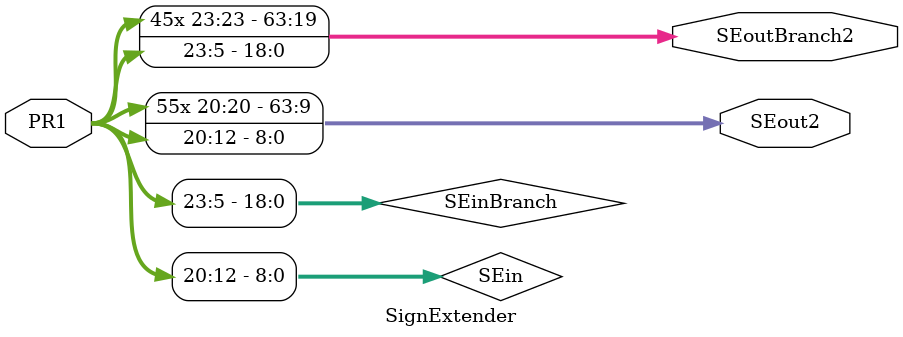
<source format=v>
`timescale 1ns / 1ps
module SignExtender(PR1,SEout2,SEoutBranch2);
      input [499:0] PR1;
		wire [8:0] SEin;
		wire [18:0] SEinBranch;
		output [63:0] SEout2,SEoutBranch2;
		
		assign SEin = PR1[20:12];
		assign SEinBranch = PR1[23:5];

		assign SEout2 = {{55{SEin[8]}},SEin};

		assign SEoutBranch2 = {{45{SEinBranch[18]}},SEinBranch};
		

endmodule

</source>
